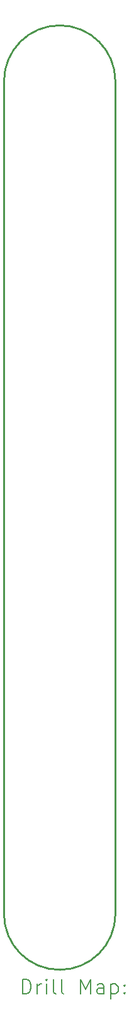
<source format=gbr>
%TF.GenerationSoftware,KiCad,Pcbnew,8.0.5*%
%TF.CreationDate,2025-09-23T17:33:13-05:00*%
%TF.ProjectId,test,74657374-2e6b-4696-9361-645f70636258,rev?*%
%TF.SameCoordinates,Original*%
%TF.FileFunction,Drillmap*%
%TF.FilePolarity,Positive*%
%FSLAX45Y45*%
G04 Gerber Fmt 4.5, Leading zero omitted, Abs format (unit mm)*
G04 Created by KiCad (PCBNEW 8.0.5) date 2025-09-23 17:33:13*
%MOMM*%
%LPD*%
G01*
G04 APERTURE LIST*
%ADD10C,0.254000*%
%ADD11C,0.200000*%
G04 APERTURE END LIST*
D10*
X15850950Y-15849050D02*
X15850950Y-15849050D01*
X15850950Y-3152050D02*
G75*
G02*
X16600000Y-3901100I0J-749050D01*
G01*
X16600000Y-3901100D02*
X16600000Y-15100000D01*
X16600000Y-15100000D02*
G75*
G02*
X15850950Y-15849050I-749050J0D01*
G01*
X15850950Y-3152050D02*
X15850950Y-3152050D01*
X15101900Y-3901100D02*
G75*
G02*
X15850950Y-3152050I749050J0D01*
G01*
X15101900Y-3901100D02*
X15101900Y-15100000D01*
X15850950Y-15849050D02*
G75*
G02*
X15101900Y-15100000I0J749050D01*
G01*
D11*
X15349977Y-16173234D02*
X15349977Y-15973234D01*
X15349977Y-15973234D02*
X15397596Y-15973234D01*
X15397596Y-15973234D02*
X15426167Y-15982758D01*
X15426167Y-15982758D02*
X15445215Y-16001805D01*
X15445215Y-16001805D02*
X15454739Y-16020853D01*
X15454739Y-16020853D02*
X15464262Y-16058948D01*
X15464262Y-16058948D02*
X15464262Y-16087520D01*
X15464262Y-16087520D02*
X15454739Y-16125615D01*
X15454739Y-16125615D02*
X15445215Y-16144662D01*
X15445215Y-16144662D02*
X15426167Y-16163710D01*
X15426167Y-16163710D02*
X15397596Y-16173234D01*
X15397596Y-16173234D02*
X15349977Y-16173234D01*
X15549977Y-16173234D02*
X15549977Y-16039900D01*
X15549977Y-16077996D02*
X15559500Y-16058948D01*
X15559500Y-16058948D02*
X15569024Y-16049424D01*
X15569024Y-16049424D02*
X15588072Y-16039900D01*
X15588072Y-16039900D02*
X15607120Y-16039900D01*
X15673786Y-16173234D02*
X15673786Y-16039900D01*
X15673786Y-15973234D02*
X15664262Y-15982758D01*
X15664262Y-15982758D02*
X15673786Y-15992281D01*
X15673786Y-15992281D02*
X15683310Y-15982758D01*
X15683310Y-15982758D02*
X15673786Y-15973234D01*
X15673786Y-15973234D02*
X15673786Y-15992281D01*
X15797596Y-16173234D02*
X15778548Y-16163710D01*
X15778548Y-16163710D02*
X15769024Y-16144662D01*
X15769024Y-16144662D02*
X15769024Y-15973234D01*
X15902358Y-16173234D02*
X15883310Y-16163710D01*
X15883310Y-16163710D02*
X15873786Y-16144662D01*
X15873786Y-16144662D02*
X15873786Y-15973234D01*
X16130929Y-16173234D02*
X16130929Y-15973234D01*
X16130929Y-15973234D02*
X16197596Y-16116091D01*
X16197596Y-16116091D02*
X16264262Y-15973234D01*
X16264262Y-15973234D02*
X16264262Y-16173234D01*
X16445215Y-16173234D02*
X16445215Y-16068472D01*
X16445215Y-16068472D02*
X16435691Y-16049424D01*
X16435691Y-16049424D02*
X16416643Y-16039900D01*
X16416643Y-16039900D02*
X16378548Y-16039900D01*
X16378548Y-16039900D02*
X16359500Y-16049424D01*
X16445215Y-16163710D02*
X16426167Y-16173234D01*
X16426167Y-16173234D02*
X16378548Y-16173234D01*
X16378548Y-16173234D02*
X16359500Y-16163710D01*
X16359500Y-16163710D02*
X16349977Y-16144662D01*
X16349977Y-16144662D02*
X16349977Y-16125615D01*
X16349977Y-16125615D02*
X16359500Y-16106567D01*
X16359500Y-16106567D02*
X16378548Y-16097043D01*
X16378548Y-16097043D02*
X16426167Y-16097043D01*
X16426167Y-16097043D02*
X16445215Y-16087520D01*
X16540453Y-16039900D02*
X16540453Y-16239900D01*
X16540453Y-16049424D02*
X16559500Y-16039900D01*
X16559500Y-16039900D02*
X16597596Y-16039900D01*
X16597596Y-16039900D02*
X16616643Y-16049424D01*
X16616643Y-16049424D02*
X16626167Y-16058948D01*
X16626167Y-16058948D02*
X16635691Y-16077996D01*
X16635691Y-16077996D02*
X16635691Y-16135139D01*
X16635691Y-16135139D02*
X16626167Y-16154186D01*
X16626167Y-16154186D02*
X16616643Y-16163710D01*
X16616643Y-16163710D02*
X16597596Y-16173234D01*
X16597596Y-16173234D02*
X16559500Y-16173234D01*
X16559500Y-16173234D02*
X16540453Y-16163710D01*
X16721405Y-16154186D02*
X16730929Y-16163710D01*
X16730929Y-16163710D02*
X16721405Y-16173234D01*
X16721405Y-16173234D02*
X16711881Y-16163710D01*
X16711881Y-16163710D02*
X16721405Y-16154186D01*
X16721405Y-16154186D02*
X16721405Y-16173234D01*
X16721405Y-16049424D02*
X16730929Y-16058948D01*
X16730929Y-16058948D02*
X16721405Y-16068472D01*
X16721405Y-16068472D02*
X16711881Y-16058948D01*
X16711881Y-16058948D02*
X16721405Y-16049424D01*
X16721405Y-16049424D02*
X16721405Y-16068472D01*
M02*

</source>
